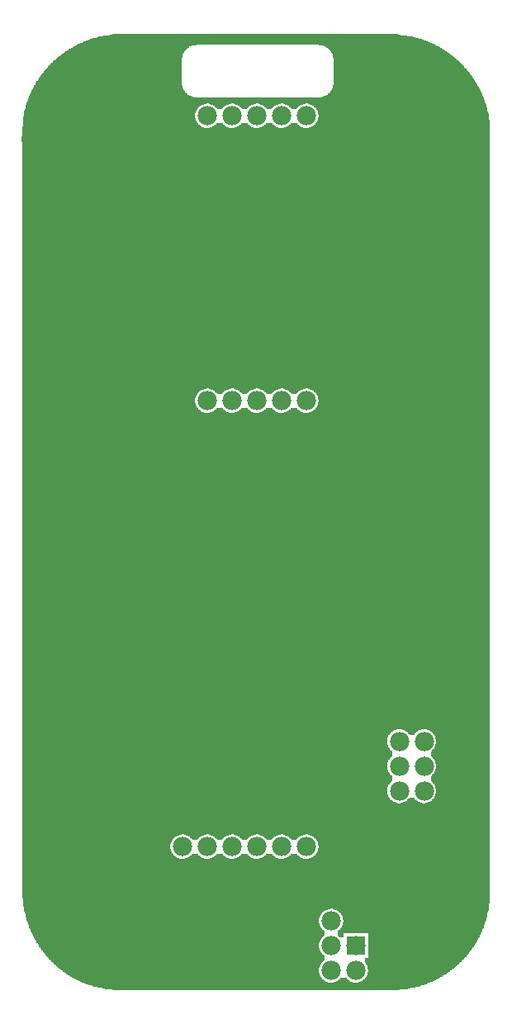
<source format=gtl>
G04 MADE WITH FRITZING*
G04 WWW.FRITZING.ORG*
G04 DOUBLE SIDED*
G04 HOLES PLATED*
G04 CONTOUR ON CENTER OF CONTOUR VECTOR*
%ASAXBY*%
%FSLAX23Y23*%
%MOIN*%
%OFA0B0*%
%SFA1.0B1.0*%
%ADD10C,0.075000*%
%ADD11C,0.078000*%
%ADD12R,0.078000X0.078000*%
%LNCOPPER1*%
G90*
G70*
G54D10*
X2086Y4058D03*
G54D11*
X1909Y2646D03*
X1809Y2646D03*
X1709Y2646D03*
X1609Y2646D03*
X1509Y2646D03*
X1909Y3796D03*
X1809Y3796D03*
X1709Y3796D03*
X1609Y3796D03*
X1509Y3796D03*
X2009Y346D03*
X2009Y446D03*
X2009Y546D03*
X1909Y846D03*
X1809Y846D03*
X1709Y846D03*
X1609Y846D03*
X1509Y846D03*
X1409Y846D03*
X2109Y446D03*
X2109Y346D03*
X2284Y1271D03*
X2284Y1171D03*
X2284Y1071D03*
X2284Y1271D03*
X2284Y1171D03*
X2284Y1071D03*
X2384Y1071D03*
X2384Y1171D03*
X2384Y1271D03*
G54D12*
X2109Y446D03*
G36*
X1140Y4128D02*
X1140Y4126D01*
X1126Y4126D01*
X1126Y4124D01*
X1114Y4124D01*
X1114Y4122D01*
X1102Y4122D01*
X1102Y4120D01*
X1088Y4120D01*
X1088Y4118D01*
X1078Y4118D01*
X1078Y4116D01*
X1068Y4116D01*
X1068Y4114D01*
X1062Y4114D01*
X1062Y4112D01*
X1054Y4112D01*
X1054Y4110D01*
X1046Y4110D01*
X1046Y4108D01*
X1040Y4108D01*
X1040Y4106D01*
X1034Y4106D01*
X1034Y4104D01*
X1028Y4104D01*
X1028Y4102D01*
X1022Y4102D01*
X1022Y4100D01*
X1018Y4100D01*
X1018Y4098D01*
X1012Y4098D01*
X1012Y4096D01*
X1008Y4096D01*
X1008Y4094D01*
X1004Y4094D01*
X1004Y4092D01*
X1000Y4092D01*
X1000Y4090D01*
X994Y4090D01*
X994Y4088D01*
X990Y4088D01*
X990Y4086D01*
X986Y4086D01*
X986Y4084D01*
X1960Y4084D01*
X1960Y4082D01*
X1970Y4082D01*
X1970Y4080D01*
X1978Y4080D01*
X1978Y4078D01*
X1982Y4078D01*
X1982Y4076D01*
X1986Y4076D01*
X1986Y4074D01*
X1990Y4074D01*
X1990Y4072D01*
X1994Y4072D01*
X1994Y4070D01*
X1996Y4070D01*
X1996Y4068D01*
X1998Y4068D01*
X1998Y4066D01*
X2000Y4066D01*
X2000Y4064D01*
X2002Y4064D01*
X2002Y4062D01*
X2004Y4062D01*
X2004Y4060D01*
X2006Y4060D01*
X2006Y4058D01*
X2008Y4058D01*
X2008Y4054D01*
X2010Y4054D01*
X2010Y4050D01*
X2012Y4050D01*
X2012Y4046D01*
X2014Y4046D01*
X2014Y4040D01*
X2016Y4040D01*
X2016Y4032D01*
X2018Y4032D01*
X2018Y3922D01*
X2016Y3922D01*
X2016Y3914D01*
X2014Y3914D01*
X2014Y3908D01*
X2012Y3908D01*
X2012Y3902D01*
X2010Y3902D01*
X2010Y3900D01*
X2008Y3900D01*
X2008Y3896D01*
X2006Y3896D01*
X2006Y3894D01*
X2004Y3894D01*
X2004Y3890D01*
X2002Y3890D01*
X2002Y3888D01*
X2000Y3888D01*
X2000Y3886D01*
X1996Y3886D01*
X1996Y3884D01*
X1994Y3884D01*
X1994Y3882D01*
X1992Y3882D01*
X1992Y3880D01*
X1988Y3880D01*
X1988Y3878D01*
X1984Y3878D01*
X1984Y3876D01*
X1978Y3876D01*
X1978Y3874D01*
X1972Y3874D01*
X1972Y3872D01*
X1964Y3872D01*
X1964Y3870D01*
X2624Y3870D01*
X2624Y3872D01*
X2622Y3872D01*
X2622Y3878D01*
X2620Y3878D01*
X2620Y3882D01*
X2618Y3882D01*
X2618Y3886D01*
X2616Y3886D01*
X2616Y3890D01*
X2614Y3890D01*
X2614Y3894D01*
X2612Y3894D01*
X2612Y3900D01*
X2610Y3900D01*
X2610Y3904D01*
X2608Y3904D01*
X2608Y3908D01*
X2606Y3908D01*
X2606Y3910D01*
X2604Y3910D01*
X2604Y3914D01*
X2602Y3914D01*
X2602Y3918D01*
X2600Y3918D01*
X2600Y3922D01*
X2598Y3922D01*
X2598Y3924D01*
X2596Y3924D01*
X2596Y3928D01*
X2594Y3928D01*
X2594Y3932D01*
X2592Y3932D01*
X2592Y3934D01*
X2590Y3934D01*
X2590Y3938D01*
X2588Y3938D01*
X2588Y3942D01*
X2586Y3942D01*
X2586Y3944D01*
X2584Y3944D01*
X2584Y3948D01*
X2582Y3948D01*
X2582Y3950D01*
X2580Y3950D01*
X2580Y3952D01*
X2578Y3952D01*
X2578Y3956D01*
X2576Y3956D01*
X2576Y3958D01*
X2574Y3958D01*
X2574Y3962D01*
X2572Y3962D01*
X2572Y3964D01*
X2570Y3964D01*
X2570Y3966D01*
X2568Y3966D01*
X2568Y3970D01*
X2566Y3970D01*
X2566Y3972D01*
X2564Y3972D01*
X2564Y3974D01*
X2562Y3974D01*
X2562Y3976D01*
X2560Y3976D01*
X2560Y3980D01*
X2558Y3980D01*
X2558Y3982D01*
X2556Y3982D01*
X2556Y3984D01*
X2554Y3984D01*
X2554Y3986D01*
X2552Y3986D01*
X2552Y3988D01*
X2550Y3988D01*
X2550Y3990D01*
X2548Y3990D01*
X2548Y3992D01*
X2546Y3992D01*
X2546Y3996D01*
X2544Y3996D01*
X2544Y3998D01*
X2542Y3998D01*
X2542Y4000D01*
X2540Y4000D01*
X2540Y4002D01*
X2538Y4002D01*
X2538Y4004D01*
X2536Y4004D01*
X2536Y4006D01*
X2534Y4006D01*
X2534Y4008D01*
X2532Y4008D01*
X2532Y4010D01*
X2530Y4010D01*
X2530Y4012D01*
X2528Y4012D01*
X2528Y4014D01*
X2526Y4014D01*
X2526Y4016D01*
X2524Y4016D01*
X2524Y4018D01*
X2522Y4018D01*
X2522Y4020D01*
X2518Y4020D01*
X2518Y4022D01*
X2516Y4022D01*
X2516Y4024D01*
X2514Y4024D01*
X2514Y4026D01*
X2512Y4026D01*
X2512Y4028D01*
X2510Y4028D01*
X2510Y4030D01*
X2508Y4030D01*
X2508Y4032D01*
X2504Y4032D01*
X2504Y4034D01*
X2502Y4034D01*
X2502Y4036D01*
X2500Y4036D01*
X2500Y4038D01*
X2498Y4038D01*
X2498Y4040D01*
X2496Y4040D01*
X2496Y4042D01*
X2492Y4042D01*
X2492Y4044D01*
X2490Y4044D01*
X2490Y4046D01*
X2488Y4046D01*
X2488Y4048D01*
X2484Y4048D01*
X2484Y4050D01*
X2482Y4050D01*
X2482Y4052D01*
X2478Y4052D01*
X2478Y4054D01*
X2476Y4054D01*
X2476Y4056D01*
X2474Y4056D01*
X2474Y4058D01*
X2470Y4058D01*
X2470Y4060D01*
X2468Y4060D01*
X2468Y4062D01*
X2464Y4062D01*
X2464Y4064D01*
X2460Y4064D01*
X2460Y4066D01*
X2458Y4066D01*
X2458Y4068D01*
X2454Y4068D01*
X2454Y4070D01*
X2450Y4070D01*
X2450Y4072D01*
X2448Y4072D01*
X2448Y4074D01*
X2444Y4074D01*
X2444Y4076D01*
X2440Y4076D01*
X2440Y4078D01*
X2436Y4078D01*
X2436Y4080D01*
X2432Y4080D01*
X2432Y4082D01*
X2428Y4082D01*
X2428Y4084D01*
X2424Y4084D01*
X2424Y4086D01*
X2420Y4086D01*
X2420Y4088D01*
X2416Y4088D01*
X2416Y4090D01*
X2412Y4090D01*
X2412Y4092D01*
X2408Y4092D01*
X2408Y4094D01*
X2402Y4094D01*
X2402Y4096D01*
X2398Y4096D01*
X2398Y4098D01*
X2392Y4098D01*
X2392Y4100D01*
X2388Y4100D01*
X2388Y4102D01*
X2382Y4102D01*
X2382Y4104D01*
X2376Y4104D01*
X2376Y4106D01*
X2370Y4106D01*
X2370Y4108D01*
X2362Y4108D01*
X2362Y4110D01*
X2356Y4110D01*
X2356Y4112D01*
X2348Y4112D01*
X2348Y4114D01*
X2338Y4114D01*
X2338Y4116D01*
X2328Y4116D01*
X2328Y4118D01*
X2316Y4118D01*
X2316Y4120D01*
X2302Y4120D01*
X2302Y4122D01*
X2290Y4122D01*
X2290Y4124D01*
X2278Y4124D01*
X2278Y4126D01*
X2268Y4126D01*
X2268Y4128D01*
X1140Y4128D01*
G37*
D02*
G36*
X982Y4084D02*
X982Y4082D01*
X978Y4082D01*
X978Y4080D01*
X974Y4080D01*
X974Y4078D01*
X972Y4078D01*
X972Y4076D01*
X968Y4076D01*
X968Y4074D01*
X964Y4074D01*
X964Y4072D01*
X960Y4072D01*
X960Y4070D01*
X958Y4070D01*
X958Y4068D01*
X954Y4068D01*
X954Y4066D01*
X950Y4066D01*
X950Y4064D01*
X948Y4064D01*
X948Y4062D01*
X944Y4062D01*
X944Y4060D01*
X942Y4060D01*
X942Y4058D01*
X938Y4058D01*
X938Y4056D01*
X936Y4056D01*
X936Y4054D01*
X932Y4054D01*
X932Y4052D01*
X930Y4052D01*
X930Y4050D01*
X928Y4050D01*
X928Y4048D01*
X924Y4048D01*
X924Y4046D01*
X922Y4046D01*
X922Y4044D01*
X920Y4044D01*
X920Y4042D01*
X916Y4042D01*
X916Y4040D01*
X914Y4040D01*
X914Y4038D01*
X912Y4038D01*
X912Y4036D01*
X910Y4036D01*
X910Y4034D01*
X906Y4034D01*
X906Y4032D01*
X904Y4032D01*
X904Y4030D01*
X902Y4030D01*
X902Y4028D01*
X900Y4028D01*
X900Y4026D01*
X898Y4026D01*
X898Y4024D01*
X896Y4024D01*
X896Y4022D01*
X892Y4022D01*
X892Y4020D01*
X890Y4020D01*
X890Y4018D01*
X888Y4018D01*
X888Y4016D01*
X886Y4016D01*
X886Y4014D01*
X884Y4014D01*
X884Y4012D01*
X882Y4012D01*
X882Y4010D01*
X880Y4010D01*
X880Y4008D01*
X878Y4008D01*
X878Y4006D01*
X876Y4006D01*
X876Y4004D01*
X874Y4004D01*
X874Y4002D01*
X872Y4002D01*
X872Y4000D01*
X870Y4000D01*
X870Y3998D01*
X868Y3998D01*
X868Y3996D01*
X866Y3996D01*
X866Y3994D01*
X864Y3994D01*
X864Y3990D01*
X862Y3990D01*
X862Y3988D01*
X860Y3988D01*
X860Y3986D01*
X858Y3986D01*
X858Y3984D01*
X856Y3984D01*
X856Y3982D01*
X854Y3982D01*
X854Y3980D01*
X852Y3980D01*
X852Y3978D01*
X850Y3978D01*
X850Y3974D01*
X848Y3974D01*
X848Y3972D01*
X846Y3972D01*
X846Y3970D01*
X844Y3970D01*
X844Y3968D01*
X842Y3968D01*
X842Y3964D01*
X840Y3964D01*
X840Y3962D01*
X838Y3962D01*
X838Y3960D01*
X836Y3960D01*
X836Y3956D01*
X834Y3956D01*
X834Y3954D01*
X832Y3954D01*
X832Y3950D01*
X830Y3950D01*
X830Y3948D01*
X828Y3948D01*
X828Y3944D01*
X826Y3944D01*
X826Y3942D01*
X824Y3942D01*
X824Y3938D01*
X822Y3938D01*
X822Y3936D01*
X820Y3936D01*
X820Y3932D01*
X818Y3932D01*
X818Y3930D01*
X816Y3930D01*
X816Y3926D01*
X814Y3926D01*
X814Y3922D01*
X812Y3922D01*
X812Y3920D01*
X810Y3920D01*
X810Y3916D01*
X808Y3916D01*
X808Y3912D01*
X806Y3912D01*
X806Y3908D01*
X804Y3908D01*
X804Y3904D01*
X802Y3904D01*
X802Y3900D01*
X800Y3900D01*
X800Y3896D01*
X798Y3896D01*
X798Y3892D01*
X796Y3892D01*
X796Y3888D01*
X794Y3888D01*
X794Y3884D01*
X792Y3884D01*
X792Y3878D01*
X790Y3878D01*
X790Y3874D01*
X788Y3874D01*
X788Y3870D01*
X1462Y3870D01*
X1462Y3872D01*
X1452Y3872D01*
X1452Y3874D01*
X1446Y3874D01*
X1446Y3876D01*
X1440Y3876D01*
X1440Y3878D01*
X1436Y3878D01*
X1436Y3880D01*
X1432Y3880D01*
X1432Y3882D01*
X1430Y3882D01*
X1430Y3884D01*
X1428Y3884D01*
X1428Y3886D01*
X1424Y3886D01*
X1424Y3888D01*
X1422Y3888D01*
X1422Y3890D01*
X1420Y3890D01*
X1420Y3894D01*
X1418Y3894D01*
X1418Y3896D01*
X1416Y3896D01*
X1416Y3900D01*
X1414Y3900D01*
X1414Y3902D01*
X1412Y3902D01*
X1412Y3906D01*
X1410Y3906D01*
X1410Y3912D01*
X1408Y3912D01*
X1408Y3920D01*
X1406Y3920D01*
X1406Y4032D01*
X1408Y4032D01*
X1408Y4040D01*
X1410Y4040D01*
X1410Y4046D01*
X1412Y4046D01*
X1412Y4052D01*
X1414Y4052D01*
X1414Y4054D01*
X1416Y4054D01*
X1416Y4058D01*
X1418Y4058D01*
X1418Y4060D01*
X1420Y4060D01*
X1420Y4062D01*
X1422Y4062D01*
X1422Y4064D01*
X1424Y4064D01*
X1424Y4066D01*
X1426Y4066D01*
X1426Y4068D01*
X1428Y4068D01*
X1428Y4070D01*
X1430Y4070D01*
X1430Y4072D01*
X1434Y4072D01*
X1434Y4074D01*
X1436Y4074D01*
X1436Y4076D01*
X1440Y4076D01*
X1440Y4078D01*
X1446Y4078D01*
X1446Y4080D01*
X1452Y4080D01*
X1452Y4082D01*
X1464Y4082D01*
X1464Y4084D01*
X982Y4084D01*
G37*
D02*
G36*
X788Y3870D02*
X788Y3868D01*
X2624Y3868D01*
X2624Y3870D01*
X788Y3870D01*
G37*
D02*
G36*
X788Y3870D02*
X788Y3868D01*
X2624Y3868D01*
X2624Y3870D01*
X788Y3870D01*
G37*
D02*
G36*
X786Y3868D02*
X786Y3864D01*
X784Y3864D01*
X784Y3858D01*
X782Y3858D01*
X782Y3852D01*
X780Y3852D01*
X780Y3846D01*
X1914Y3846D01*
X1914Y3844D01*
X1922Y3844D01*
X1922Y3842D01*
X1928Y3842D01*
X1928Y3840D01*
X1932Y3840D01*
X1932Y3838D01*
X1936Y3838D01*
X1936Y3836D01*
X1938Y3836D01*
X1938Y3834D01*
X1940Y3834D01*
X1940Y3832D01*
X1944Y3832D01*
X1944Y3828D01*
X1946Y3828D01*
X1946Y3826D01*
X1948Y3826D01*
X1948Y3824D01*
X1950Y3824D01*
X1950Y3820D01*
X1952Y3820D01*
X1952Y3816D01*
X1954Y3816D01*
X1954Y3812D01*
X1956Y3812D01*
X1956Y3802D01*
X1958Y3802D01*
X1958Y3790D01*
X1956Y3790D01*
X1956Y3782D01*
X1954Y3782D01*
X1954Y3776D01*
X1952Y3776D01*
X1952Y3772D01*
X1950Y3772D01*
X1950Y3768D01*
X1948Y3768D01*
X1948Y3766D01*
X1946Y3766D01*
X1946Y3764D01*
X1944Y3764D01*
X1944Y3762D01*
X1942Y3762D01*
X1942Y3760D01*
X1940Y3760D01*
X1940Y3758D01*
X1938Y3758D01*
X1938Y3756D01*
X1934Y3756D01*
X1934Y3754D01*
X1930Y3754D01*
X1930Y3752D01*
X1928Y3752D01*
X1928Y3750D01*
X1920Y3750D01*
X1920Y3748D01*
X2650Y3748D01*
X2650Y3760D01*
X2648Y3760D01*
X2648Y3780D01*
X2646Y3780D01*
X2646Y3794D01*
X2644Y3794D01*
X2644Y3806D01*
X2642Y3806D01*
X2642Y3814D01*
X2640Y3814D01*
X2640Y3824D01*
X2638Y3824D01*
X2638Y3830D01*
X2636Y3830D01*
X2636Y3838D01*
X2634Y3838D01*
X2634Y3844D01*
X2632Y3844D01*
X2632Y3850D01*
X2630Y3850D01*
X2630Y3856D01*
X2628Y3856D01*
X2628Y3862D01*
X2626Y3862D01*
X2626Y3868D01*
X786Y3868D01*
G37*
D02*
G36*
X778Y3846D02*
X778Y3840D01*
X776Y3840D01*
X776Y3832D01*
X774Y3832D01*
X774Y3824D01*
X772Y3824D01*
X772Y3816D01*
X770Y3816D01*
X770Y3806D01*
X768Y3806D01*
X768Y3794D01*
X766Y3794D01*
X766Y3780D01*
X764Y3780D01*
X764Y3754D01*
X762Y3754D01*
X762Y3748D01*
X1496Y3748D01*
X1496Y3750D01*
X1490Y3750D01*
X1490Y3752D01*
X1486Y3752D01*
X1486Y3754D01*
X1482Y3754D01*
X1482Y3756D01*
X1480Y3756D01*
X1480Y3758D01*
X1478Y3758D01*
X1478Y3760D01*
X1474Y3760D01*
X1474Y3762D01*
X1472Y3762D01*
X1472Y3766D01*
X1470Y3766D01*
X1470Y3768D01*
X1468Y3768D01*
X1468Y3770D01*
X1466Y3770D01*
X1466Y3774D01*
X1464Y3774D01*
X1464Y3778D01*
X1462Y3778D01*
X1462Y3786D01*
X1460Y3786D01*
X1460Y3808D01*
X1462Y3808D01*
X1462Y3814D01*
X1464Y3814D01*
X1464Y3818D01*
X1466Y3818D01*
X1466Y3822D01*
X1468Y3822D01*
X1468Y3824D01*
X1470Y3824D01*
X1470Y3828D01*
X1472Y3828D01*
X1472Y3830D01*
X1474Y3830D01*
X1474Y3832D01*
X1476Y3832D01*
X1476Y3834D01*
X1478Y3834D01*
X1478Y3836D01*
X1482Y3836D01*
X1482Y3838D01*
X1486Y3838D01*
X1486Y3840D01*
X1488Y3840D01*
X1488Y3842D01*
X1494Y3842D01*
X1494Y3844D01*
X1504Y3844D01*
X1504Y3846D01*
X778Y3846D01*
G37*
D02*
G36*
X1514Y3846D02*
X1514Y3844D01*
X1522Y3844D01*
X1522Y3842D01*
X1528Y3842D01*
X1528Y3840D01*
X1532Y3840D01*
X1532Y3838D01*
X1536Y3838D01*
X1536Y3836D01*
X1538Y3836D01*
X1538Y3834D01*
X1540Y3834D01*
X1540Y3832D01*
X1544Y3832D01*
X1544Y3828D01*
X1546Y3828D01*
X1546Y3826D01*
X1548Y3826D01*
X1548Y3824D01*
X1570Y3824D01*
X1570Y3828D01*
X1572Y3828D01*
X1572Y3830D01*
X1574Y3830D01*
X1574Y3832D01*
X1576Y3832D01*
X1576Y3834D01*
X1578Y3834D01*
X1578Y3836D01*
X1582Y3836D01*
X1582Y3838D01*
X1586Y3838D01*
X1586Y3840D01*
X1588Y3840D01*
X1588Y3842D01*
X1594Y3842D01*
X1594Y3844D01*
X1604Y3844D01*
X1604Y3846D01*
X1514Y3846D01*
G37*
D02*
G36*
X1614Y3846D02*
X1614Y3844D01*
X1622Y3844D01*
X1622Y3842D01*
X1628Y3842D01*
X1628Y3840D01*
X1632Y3840D01*
X1632Y3838D01*
X1636Y3838D01*
X1636Y3836D01*
X1638Y3836D01*
X1638Y3834D01*
X1640Y3834D01*
X1640Y3832D01*
X1644Y3832D01*
X1644Y3828D01*
X1646Y3828D01*
X1646Y3826D01*
X1648Y3826D01*
X1648Y3824D01*
X1670Y3824D01*
X1670Y3828D01*
X1672Y3828D01*
X1672Y3830D01*
X1674Y3830D01*
X1674Y3832D01*
X1676Y3832D01*
X1676Y3834D01*
X1678Y3834D01*
X1678Y3836D01*
X1682Y3836D01*
X1682Y3838D01*
X1686Y3838D01*
X1686Y3840D01*
X1688Y3840D01*
X1688Y3842D01*
X1694Y3842D01*
X1694Y3844D01*
X1704Y3844D01*
X1704Y3846D01*
X1614Y3846D01*
G37*
D02*
G36*
X1714Y3846D02*
X1714Y3844D01*
X1722Y3844D01*
X1722Y3842D01*
X1728Y3842D01*
X1728Y3840D01*
X1732Y3840D01*
X1732Y3838D01*
X1736Y3838D01*
X1736Y3836D01*
X1738Y3836D01*
X1738Y3834D01*
X1740Y3834D01*
X1740Y3832D01*
X1744Y3832D01*
X1744Y3828D01*
X1746Y3828D01*
X1746Y3826D01*
X1748Y3826D01*
X1748Y3824D01*
X1770Y3824D01*
X1770Y3828D01*
X1772Y3828D01*
X1772Y3830D01*
X1774Y3830D01*
X1774Y3832D01*
X1776Y3832D01*
X1776Y3834D01*
X1778Y3834D01*
X1778Y3836D01*
X1782Y3836D01*
X1782Y3838D01*
X1786Y3838D01*
X1786Y3840D01*
X1788Y3840D01*
X1788Y3842D01*
X1794Y3842D01*
X1794Y3844D01*
X1804Y3844D01*
X1804Y3846D01*
X1714Y3846D01*
G37*
D02*
G36*
X1814Y3846D02*
X1814Y3844D01*
X1822Y3844D01*
X1822Y3842D01*
X1828Y3842D01*
X1828Y3840D01*
X1832Y3840D01*
X1832Y3838D01*
X1836Y3838D01*
X1836Y3836D01*
X1838Y3836D01*
X1838Y3834D01*
X1840Y3834D01*
X1840Y3832D01*
X1844Y3832D01*
X1844Y3828D01*
X1846Y3828D01*
X1846Y3826D01*
X1848Y3826D01*
X1848Y3824D01*
X1870Y3824D01*
X1870Y3828D01*
X1872Y3828D01*
X1872Y3830D01*
X1874Y3830D01*
X1874Y3832D01*
X1876Y3832D01*
X1876Y3834D01*
X1878Y3834D01*
X1878Y3836D01*
X1882Y3836D01*
X1882Y3838D01*
X1886Y3838D01*
X1886Y3840D01*
X1888Y3840D01*
X1888Y3842D01*
X1894Y3842D01*
X1894Y3844D01*
X1904Y3844D01*
X1904Y3846D01*
X1814Y3846D01*
G37*
D02*
G36*
X1548Y3768D02*
X1548Y3766D01*
X1546Y3766D01*
X1546Y3764D01*
X1544Y3764D01*
X1544Y3762D01*
X1542Y3762D01*
X1542Y3760D01*
X1540Y3760D01*
X1540Y3758D01*
X1538Y3758D01*
X1538Y3756D01*
X1534Y3756D01*
X1534Y3754D01*
X1530Y3754D01*
X1530Y3752D01*
X1528Y3752D01*
X1528Y3750D01*
X1520Y3750D01*
X1520Y3748D01*
X1596Y3748D01*
X1596Y3750D01*
X1590Y3750D01*
X1590Y3752D01*
X1586Y3752D01*
X1586Y3754D01*
X1582Y3754D01*
X1582Y3756D01*
X1580Y3756D01*
X1580Y3758D01*
X1578Y3758D01*
X1578Y3760D01*
X1574Y3760D01*
X1574Y3762D01*
X1572Y3762D01*
X1572Y3766D01*
X1570Y3766D01*
X1570Y3768D01*
X1548Y3768D01*
G37*
D02*
G36*
X1648Y3768D02*
X1648Y3766D01*
X1646Y3766D01*
X1646Y3764D01*
X1644Y3764D01*
X1644Y3762D01*
X1642Y3762D01*
X1642Y3760D01*
X1640Y3760D01*
X1640Y3758D01*
X1638Y3758D01*
X1638Y3756D01*
X1634Y3756D01*
X1634Y3754D01*
X1630Y3754D01*
X1630Y3752D01*
X1628Y3752D01*
X1628Y3750D01*
X1620Y3750D01*
X1620Y3748D01*
X1696Y3748D01*
X1696Y3750D01*
X1690Y3750D01*
X1690Y3752D01*
X1686Y3752D01*
X1686Y3754D01*
X1682Y3754D01*
X1682Y3756D01*
X1680Y3756D01*
X1680Y3758D01*
X1678Y3758D01*
X1678Y3760D01*
X1674Y3760D01*
X1674Y3762D01*
X1672Y3762D01*
X1672Y3766D01*
X1670Y3766D01*
X1670Y3768D01*
X1648Y3768D01*
G37*
D02*
G36*
X1748Y3768D02*
X1748Y3766D01*
X1746Y3766D01*
X1746Y3764D01*
X1744Y3764D01*
X1744Y3762D01*
X1742Y3762D01*
X1742Y3760D01*
X1740Y3760D01*
X1740Y3758D01*
X1738Y3758D01*
X1738Y3756D01*
X1734Y3756D01*
X1734Y3754D01*
X1730Y3754D01*
X1730Y3752D01*
X1728Y3752D01*
X1728Y3750D01*
X1720Y3750D01*
X1720Y3748D01*
X1796Y3748D01*
X1796Y3750D01*
X1790Y3750D01*
X1790Y3752D01*
X1786Y3752D01*
X1786Y3754D01*
X1782Y3754D01*
X1782Y3756D01*
X1780Y3756D01*
X1780Y3758D01*
X1778Y3758D01*
X1778Y3760D01*
X1774Y3760D01*
X1774Y3762D01*
X1772Y3762D01*
X1772Y3766D01*
X1770Y3766D01*
X1770Y3768D01*
X1748Y3768D01*
G37*
D02*
G36*
X1848Y3768D02*
X1848Y3766D01*
X1846Y3766D01*
X1846Y3764D01*
X1844Y3764D01*
X1844Y3762D01*
X1842Y3762D01*
X1842Y3760D01*
X1840Y3760D01*
X1840Y3758D01*
X1838Y3758D01*
X1838Y3756D01*
X1834Y3756D01*
X1834Y3754D01*
X1830Y3754D01*
X1830Y3752D01*
X1828Y3752D01*
X1828Y3750D01*
X1820Y3750D01*
X1820Y3748D01*
X1896Y3748D01*
X1896Y3750D01*
X1890Y3750D01*
X1890Y3752D01*
X1886Y3752D01*
X1886Y3754D01*
X1882Y3754D01*
X1882Y3756D01*
X1880Y3756D01*
X1880Y3758D01*
X1878Y3758D01*
X1878Y3760D01*
X1874Y3760D01*
X1874Y3762D01*
X1872Y3762D01*
X1872Y3766D01*
X1870Y3766D01*
X1870Y3768D01*
X1848Y3768D01*
G37*
D02*
G36*
X762Y3748D02*
X762Y3746D01*
X2650Y3746D01*
X2650Y3748D01*
X762Y3748D01*
G37*
D02*
G36*
X762Y3748D02*
X762Y3746D01*
X2650Y3746D01*
X2650Y3748D01*
X762Y3748D01*
G37*
D02*
G36*
X762Y3748D02*
X762Y3746D01*
X2650Y3746D01*
X2650Y3748D01*
X762Y3748D01*
G37*
D02*
G36*
X762Y3748D02*
X762Y3746D01*
X2650Y3746D01*
X2650Y3748D01*
X762Y3748D01*
G37*
D02*
G36*
X762Y3748D02*
X762Y3746D01*
X2650Y3746D01*
X2650Y3748D01*
X762Y3748D01*
G37*
D02*
G36*
X762Y3748D02*
X762Y3746D01*
X2650Y3746D01*
X2650Y3748D01*
X762Y3748D01*
G37*
D02*
G36*
X762Y3746D02*
X762Y3714D01*
X760Y3714D01*
X760Y3692D01*
X762Y3692D01*
X762Y2696D01*
X1914Y2696D01*
X1914Y2694D01*
X1922Y2694D01*
X1922Y2692D01*
X1928Y2692D01*
X1928Y2690D01*
X1932Y2690D01*
X1932Y2688D01*
X1936Y2688D01*
X1936Y2686D01*
X1938Y2686D01*
X1938Y2684D01*
X1940Y2684D01*
X1940Y2682D01*
X1944Y2682D01*
X1944Y2678D01*
X1946Y2678D01*
X1946Y2676D01*
X1948Y2676D01*
X1948Y2674D01*
X1950Y2674D01*
X1950Y2670D01*
X1952Y2670D01*
X1952Y2666D01*
X1954Y2666D01*
X1954Y2660D01*
X1956Y2660D01*
X1956Y2652D01*
X1958Y2652D01*
X1958Y2640D01*
X1956Y2640D01*
X1956Y2632D01*
X1954Y2632D01*
X1954Y2626D01*
X1952Y2626D01*
X1952Y2622D01*
X1950Y2622D01*
X1950Y2618D01*
X1948Y2618D01*
X1948Y2616D01*
X1946Y2616D01*
X1946Y2614D01*
X1944Y2614D01*
X1944Y2612D01*
X1942Y2612D01*
X1942Y2610D01*
X1940Y2610D01*
X1940Y2608D01*
X1938Y2608D01*
X1938Y2606D01*
X1934Y2606D01*
X1934Y2604D01*
X1930Y2604D01*
X1930Y2602D01*
X1928Y2602D01*
X1928Y2600D01*
X1920Y2600D01*
X1920Y2598D01*
X2650Y2598D01*
X2650Y3746D01*
X762Y3746D01*
G37*
D02*
G36*
X762Y2696D02*
X762Y2598D01*
X1496Y2598D01*
X1496Y2600D01*
X1490Y2600D01*
X1490Y2602D01*
X1486Y2602D01*
X1486Y2604D01*
X1482Y2604D01*
X1482Y2606D01*
X1480Y2606D01*
X1480Y2608D01*
X1478Y2608D01*
X1478Y2610D01*
X1474Y2610D01*
X1474Y2612D01*
X1472Y2612D01*
X1472Y2616D01*
X1470Y2616D01*
X1470Y2618D01*
X1468Y2618D01*
X1468Y2620D01*
X1466Y2620D01*
X1466Y2624D01*
X1464Y2624D01*
X1464Y2628D01*
X1462Y2628D01*
X1462Y2636D01*
X1460Y2636D01*
X1460Y2658D01*
X1462Y2658D01*
X1462Y2664D01*
X1464Y2664D01*
X1464Y2668D01*
X1466Y2668D01*
X1466Y2672D01*
X1468Y2672D01*
X1468Y2674D01*
X1470Y2674D01*
X1470Y2678D01*
X1472Y2678D01*
X1472Y2680D01*
X1474Y2680D01*
X1474Y2682D01*
X1476Y2682D01*
X1476Y2684D01*
X1478Y2684D01*
X1478Y2686D01*
X1482Y2686D01*
X1482Y2688D01*
X1486Y2688D01*
X1486Y2690D01*
X1488Y2690D01*
X1488Y2692D01*
X1494Y2692D01*
X1494Y2694D01*
X1504Y2694D01*
X1504Y2696D01*
X762Y2696D01*
G37*
D02*
G36*
X1514Y2696D02*
X1514Y2694D01*
X1522Y2694D01*
X1522Y2692D01*
X1528Y2692D01*
X1528Y2690D01*
X1532Y2690D01*
X1532Y2688D01*
X1536Y2688D01*
X1536Y2686D01*
X1538Y2686D01*
X1538Y2684D01*
X1540Y2684D01*
X1540Y2682D01*
X1544Y2682D01*
X1544Y2678D01*
X1546Y2678D01*
X1546Y2676D01*
X1548Y2676D01*
X1548Y2674D01*
X1570Y2674D01*
X1570Y2678D01*
X1572Y2678D01*
X1572Y2680D01*
X1574Y2680D01*
X1574Y2682D01*
X1576Y2682D01*
X1576Y2684D01*
X1578Y2684D01*
X1578Y2686D01*
X1582Y2686D01*
X1582Y2688D01*
X1586Y2688D01*
X1586Y2690D01*
X1588Y2690D01*
X1588Y2692D01*
X1594Y2692D01*
X1594Y2694D01*
X1604Y2694D01*
X1604Y2696D01*
X1514Y2696D01*
G37*
D02*
G36*
X1614Y2696D02*
X1614Y2694D01*
X1622Y2694D01*
X1622Y2692D01*
X1628Y2692D01*
X1628Y2690D01*
X1632Y2690D01*
X1632Y2688D01*
X1636Y2688D01*
X1636Y2686D01*
X1638Y2686D01*
X1638Y2684D01*
X1640Y2684D01*
X1640Y2682D01*
X1644Y2682D01*
X1644Y2678D01*
X1646Y2678D01*
X1646Y2676D01*
X1648Y2676D01*
X1648Y2674D01*
X1670Y2674D01*
X1670Y2678D01*
X1672Y2678D01*
X1672Y2680D01*
X1674Y2680D01*
X1674Y2682D01*
X1676Y2682D01*
X1676Y2684D01*
X1678Y2684D01*
X1678Y2686D01*
X1682Y2686D01*
X1682Y2688D01*
X1686Y2688D01*
X1686Y2690D01*
X1688Y2690D01*
X1688Y2692D01*
X1694Y2692D01*
X1694Y2694D01*
X1704Y2694D01*
X1704Y2696D01*
X1614Y2696D01*
G37*
D02*
G36*
X1714Y2696D02*
X1714Y2694D01*
X1722Y2694D01*
X1722Y2692D01*
X1728Y2692D01*
X1728Y2690D01*
X1732Y2690D01*
X1732Y2688D01*
X1736Y2688D01*
X1736Y2686D01*
X1738Y2686D01*
X1738Y2684D01*
X1740Y2684D01*
X1740Y2682D01*
X1744Y2682D01*
X1744Y2678D01*
X1746Y2678D01*
X1746Y2676D01*
X1748Y2676D01*
X1748Y2674D01*
X1770Y2674D01*
X1770Y2678D01*
X1772Y2678D01*
X1772Y2680D01*
X1774Y2680D01*
X1774Y2682D01*
X1776Y2682D01*
X1776Y2684D01*
X1778Y2684D01*
X1778Y2686D01*
X1782Y2686D01*
X1782Y2688D01*
X1786Y2688D01*
X1786Y2690D01*
X1788Y2690D01*
X1788Y2692D01*
X1794Y2692D01*
X1794Y2694D01*
X1804Y2694D01*
X1804Y2696D01*
X1714Y2696D01*
G37*
D02*
G36*
X1814Y2696D02*
X1814Y2694D01*
X1822Y2694D01*
X1822Y2692D01*
X1828Y2692D01*
X1828Y2690D01*
X1832Y2690D01*
X1832Y2688D01*
X1836Y2688D01*
X1836Y2686D01*
X1838Y2686D01*
X1838Y2684D01*
X1840Y2684D01*
X1840Y2682D01*
X1844Y2682D01*
X1844Y2678D01*
X1846Y2678D01*
X1846Y2676D01*
X1848Y2676D01*
X1848Y2674D01*
X1870Y2674D01*
X1870Y2678D01*
X1872Y2678D01*
X1872Y2680D01*
X1874Y2680D01*
X1874Y2682D01*
X1876Y2682D01*
X1876Y2684D01*
X1878Y2684D01*
X1878Y2686D01*
X1882Y2686D01*
X1882Y2688D01*
X1886Y2688D01*
X1886Y2690D01*
X1888Y2690D01*
X1888Y2692D01*
X1894Y2692D01*
X1894Y2694D01*
X1904Y2694D01*
X1904Y2696D01*
X1814Y2696D01*
G37*
D02*
G36*
X1548Y2618D02*
X1548Y2616D01*
X1546Y2616D01*
X1546Y2614D01*
X1544Y2614D01*
X1544Y2612D01*
X1542Y2612D01*
X1542Y2610D01*
X1540Y2610D01*
X1540Y2608D01*
X1538Y2608D01*
X1538Y2606D01*
X1534Y2606D01*
X1534Y2604D01*
X1530Y2604D01*
X1530Y2602D01*
X1528Y2602D01*
X1528Y2600D01*
X1520Y2600D01*
X1520Y2598D01*
X1596Y2598D01*
X1596Y2600D01*
X1590Y2600D01*
X1590Y2602D01*
X1586Y2602D01*
X1586Y2604D01*
X1582Y2604D01*
X1582Y2606D01*
X1580Y2606D01*
X1580Y2608D01*
X1578Y2608D01*
X1578Y2610D01*
X1574Y2610D01*
X1574Y2612D01*
X1572Y2612D01*
X1572Y2616D01*
X1570Y2616D01*
X1570Y2618D01*
X1548Y2618D01*
G37*
D02*
G36*
X1648Y2618D02*
X1648Y2616D01*
X1646Y2616D01*
X1646Y2614D01*
X1644Y2614D01*
X1644Y2612D01*
X1642Y2612D01*
X1642Y2610D01*
X1640Y2610D01*
X1640Y2608D01*
X1638Y2608D01*
X1638Y2606D01*
X1634Y2606D01*
X1634Y2604D01*
X1630Y2604D01*
X1630Y2602D01*
X1628Y2602D01*
X1628Y2600D01*
X1620Y2600D01*
X1620Y2598D01*
X1696Y2598D01*
X1696Y2600D01*
X1690Y2600D01*
X1690Y2602D01*
X1686Y2602D01*
X1686Y2604D01*
X1682Y2604D01*
X1682Y2606D01*
X1680Y2606D01*
X1680Y2608D01*
X1678Y2608D01*
X1678Y2610D01*
X1674Y2610D01*
X1674Y2612D01*
X1672Y2612D01*
X1672Y2616D01*
X1670Y2616D01*
X1670Y2618D01*
X1648Y2618D01*
G37*
D02*
G36*
X1748Y2618D02*
X1748Y2616D01*
X1746Y2616D01*
X1746Y2614D01*
X1744Y2614D01*
X1744Y2612D01*
X1742Y2612D01*
X1742Y2610D01*
X1740Y2610D01*
X1740Y2608D01*
X1738Y2608D01*
X1738Y2606D01*
X1734Y2606D01*
X1734Y2604D01*
X1730Y2604D01*
X1730Y2602D01*
X1728Y2602D01*
X1728Y2600D01*
X1720Y2600D01*
X1720Y2598D01*
X1796Y2598D01*
X1796Y2600D01*
X1790Y2600D01*
X1790Y2602D01*
X1786Y2602D01*
X1786Y2604D01*
X1782Y2604D01*
X1782Y2606D01*
X1780Y2606D01*
X1780Y2608D01*
X1778Y2608D01*
X1778Y2610D01*
X1774Y2610D01*
X1774Y2612D01*
X1772Y2612D01*
X1772Y2616D01*
X1770Y2616D01*
X1770Y2618D01*
X1748Y2618D01*
G37*
D02*
G36*
X1848Y2618D02*
X1848Y2616D01*
X1846Y2616D01*
X1846Y2614D01*
X1844Y2614D01*
X1844Y2612D01*
X1842Y2612D01*
X1842Y2610D01*
X1840Y2610D01*
X1840Y2608D01*
X1838Y2608D01*
X1838Y2606D01*
X1834Y2606D01*
X1834Y2604D01*
X1830Y2604D01*
X1830Y2602D01*
X1828Y2602D01*
X1828Y2600D01*
X1820Y2600D01*
X1820Y2598D01*
X1896Y2598D01*
X1896Y2600D01*
X1890Y2600D01*
X1890Y2602D01*
X1886Y2602D01*
X1886Y2604D01*
X1882Y2604D01*
X1882Y2606D01*
X1880Y2606D01*
X1880Y2608D01*
X1878Y2608D01*
X1878Y2610D01*
X1874Y2610D01*
X1874Y2612D01*
X1872Y2612D01*
X1872Y2616D01*
X1870Y2616D01*
X1870Y2618D01*
X1848Y2618D01*
G37*
D02*
G36*
X762Y2598D02*
X762Y2596D01*
X2650Y2596D01*
X2650Y2598D01*
X762Y2598D01*
G37*
D02*
G36*
X762Y2598D02*
X762Y2596D01*
X2650Y2596D01*
X2650Y2598D01*
X762Y2598D01*
G37*
D02*
G36*
X762Y2598D02*
X762Y2596D01*
X2650Y2596D01*
X2650Y2598D01*
X762Y2598D01*
G37*
D02*
G36*
X762Y2598D02*
X762Y2596D01*
X2650Y2596D01*
X2650Y2598D01*
X762Y2598D01*
G37*
D02*
G36*
X762Y2598D02*
X762Y2596D01*
X2650Y2596D01*
X2650Y2598D01*
X762Y2598D01*
G37*
D02*
G36*
X762Y2598D02*
X762Y2596D01*
X2650Y2596D01*
X2650Y2598D01*
X762Y2598D01*
G37*
D02*
G36*
X762Y2596D02*
X762Y1320D01*
X2394Y1320D01*
X2394Y1318D01*
X2400Y1318D01*
X2400Y1316D01*
X2406Y1316D01*
X2406Y1314D01*
X2408Y1314D01*
X2408Y1312D01*
X2412Y1312D01*
X2412Y1310D01*
X2414Y1310D01*
X2414Y1308D01*
X2416Y1308D01*
X2416Y1306D01*
X2418Y1306D01*
X2418Y1304D01*
X2420Y1304D01*
X2420Y1302D01*
X2422Y1302D01*
X2422Y1300D01*
X2424Y1300D01*
X2424Y1298D01*
X2426Y1298D01*
X2426Y1294D01*
X2428Y1294D01*
X2428Y1290D01*
X2430Y1290D01*
X2430Y1282D01*
X2432Y1282D01*
X2432Y1260D01*
X2430Y1260D01*
X2430Y1254D01*
X2428Y1254D01*
X2428Y1250D01*
X2426Y1250D01*
X2426Y1246D01*
X2424Y1246D01*
X2424Y1242D01*
X2422Y1242D01*
X2422Y1240D01*
X2420Y1240D01*
X2420Y1238D01*
X2418Y1238D01*
X2418Y1236D01*
X2416Y1236D01*
X2416Y1234D01*
X2414Y1234D01*
X2414Y1232D01*
X2412Y1232D01*
X2412Y1210D01*
X2414Y1210D01*
X2414Y1208D01*
X2416Y1208D01*
X2416Y1206D01*
X2418Y1206D01*
X2418Y1204D01*
X2420Y1204D01*
X2420Y1202D01*
X2422Y1202D01*
X2422Y1200D01*
X2424Y1200D01*
X2424Y1198D01*
X2426Y1198D01*
X2426Y1194D01*
X2428Y1194D01*
X2428Y1190D01*
X2430Y1190D01*
X2430Y1182D01*
X2432Y1182D01*
X2432Y1160D01*
X2430Y1160D01*
X2430Y1154D01*
X2428Y1154D01*
X2428Y1150D01*
X2426Y1150D01*
X2426Y1146D01*
X2424Y1146D01*
X2424Y1142D01*
X2422Y1142D01*
X2422Y1140D01*
X2420Y1140D01*
X2420Y1138D01*
X2418Y1138D01*
X2418Y1136D01*
X2416Y1136D01*
X2416Y1134D01*
X2414Y1134D01*
X2414Y1132D01*
X2412Y1132D01*
X2412Y1110D01*
X2414Y1110D01*
X2414Y1108D01*
X2416Y1108D01*
X2416Y1106D01*
X2418Y1106D01*
X2418Y1104D01*
X2420Y1104D01*
X2420Y1102D01*
X2422Y1102D01*
X2422Y1100D01*
X2424Y1100D01*
X2424Y1098D01*
X2426Y1098D01*
X2426Y1094D01*
X2428Y1094D01*
X2428Y1090D01*
X2430Y1090D01*
X2430Y1082D01*
X2432Y1082D01*
X2432Y1060D01*
X2430Y1060D01*
X2430Y1054D01*
X2428Y1054D01*
X2428Y1050D01*
X2426Y1050D01*
X2426Y1046D01*
X2424Y1046D01*
X2424Y1042D01*
X2422Y1042D01*
X2422Y1040D01*
X2420Y1040D01*
X2420Y1038D01*
X2418Y1038D01*
X2418Y1036D01*
X2416Y1036D01*
X2416Y1034D01*
X2414Y1034D01*
X2414Y1032D01*
X2412Y1032D01*
X2412Y1030D01*
X2408Y1030D01*
X2408Y1028D01*
X2404Y1028D01*
X2404Y1026D01*
X2398Y1026D01*
X2398Y1024D01*
X2390Y1024D01*
X2390Y1022D01*
X2650Y1022D01*
X2650Y2596D01*
X762Y2596D01*
G37*
D02*
G36*
X762Y1320D02*
X762Y1022D01*
X2276Y1022D01*
X2276Y1024D01*
X2268Y1024D01*
X2268Y1026D01*
X2262Y1026D01*
X2262Y1028D01*
X2260Y1028D01*
X2260Y1030D01*
X2256Y1030D01*
X2256Y1032D01*
X2254Y1032D01*
X2254Y1034D01*
X2250Y1034D01*
X2250Y1036D01*
X2248Y1036D01*
X2248Y1038D01*
X2246Y1038D01*
X2246Y1042D01*
X2244Y1042D01*
X2244Y1044D01*
X2242Y1044D01*
X2242Y1048D01*
X2240Y1048D01*
X2240Y1052D01*
X2238Y1052D01*
X2238Y1056D01*
X2236Y1056D01*
X2236Y1066D01*
X2234Y1066D01*
X2234Y1078D01*
X2236Y1078D01*
X2236Y1086D01*
X2238Y1086D01*
X2238Y1092D01*
X2240Y1092D01*
X2240Y1096D01*
X2242Y1096D01*
X2242Y1098D01*
X2244Y1098D01*
X2244Y1102D01*
X2246Y1102D01*
X2246Y1104D01*
X2248Y1104D01*
X2248Y1106D01*
X2250Y1106D01*
X2250Y1108D01*
X2252Y1108D01*
X2252Y1110D01*
X2256Y1110D01*
X2256Y1132D01*
X2254Y1132D01*
X2254Y1134D01*
X2250Y1134D01*
X2250Y1136D01*
X2248Y1136D01*
X2248Y1138D01*
X2246Y1138D01*
X2246Y1142D01*
X2244Y1142D01*
X2244Y1144D01*
X2242Y1144D01*
X2242Y1148D01*
X2240Y1148D01*
X2240Y1152D01*
X2238Y1152D01*
X2238Y1156D01*
X2236Y1156D01*
X2236Y1166D01*
X2234Y1166D01*
X2234Y1178D01*
X2236Y1178D01*
X2236Y1186D01*
X2238Y1186D01*
X2238Y1192D01*
X2240Y1192D01*
X2240Y1196D01*
X2242Y1196D01*
X2242Y1198D01*
X2244Y1198D01*
X2244Y1202D01*
X2246Y1202D01*
X2246Y1204D01*
X2248Y1204D01*
X2248Y1206D01*
X2250Y1206D01*
X2250Y1208D01*
X2252Y1208D01*
X2252Y1210D01*
X2256Y1210D01*
X2256Y1232D01*
X2254Y1232D01*
X2254Y1234D01*
X2250Y1234D01*
X2250Y1236D01*
X2248Y1236D01*
X2248Y1238D01*
X2246Y1238D01*
X2246Y1242D01*
X2244Y1242D01*
X2244Y1244D01*
X2242Y1244D01*
X2242Y1248D01*
X2240Y1248D01*
X2240Y1252D01*
X2238Y1252D01*
X2238Y1256D01*
X2236Y1256D01*
X2236Y1266D01*
X2234Y1266D01*
X2234Y1278D01*
X2236Y1278D01*
X2236Y1286D01*
X2238Y1286D01*
X2238Y1292D01*
X2240Y1292D01*
X2240Y1296D01*
X2242Y1296D01*
X2242Y1298D01*
X2244Y1298D01*
X2244Y1302D01*
X2246Y1302D01*
X2246Y1304D01*
X2248Y1304D01*
X2248Y1306D01*
X2250Y1306D01*
X2250Y1308D01*
X2252Y1308D01*
X2252Y1310D01*
X2256Y1310D01*
X2256Y1312D01*
X2258Y1312D01*
X2258Y1314D01*
X2262Y1314D01*
X2262Y1316D01*
X2266Y1316D01*
X2266Y1318D01*
X2272Y1318D01*
X2272Y1320D01*
X762Y1320D01*
G37*
D02*
G36*
X2294Y1320D02*
X2294Y1318D01*
X2300Y1318D01*
X2300Y1316D01*
X2306Y1316D01*
X2306Y1314D01*
X2308Y1314D01*
X2308Y1312D01*
X2312Y1312D01*
X2312Y1310D01*
X2314Y1310D01*
X2314Y1308D01*
X2316Y1308D01*
X2316Y1306D01*
X2318Y1306D01*
X2318Y1304D01*
X2320Y1304D01*
X2320Y1302D01*
X2322Y1302D01*
X2322Y1300D01*
X2324Y1300D01*
X2324Y1298D01*
X2344Y1298D01*
X2344Y1302D01*
X2346Y1302D01*
X2346Y1304D01*
X2348Y1304D01*
X2348Y1306D01*
X2350Y1306D01*
X2350Y1308D01*
X2352Y1308D01*
X2352Y1310D01*
X2356Y1310D01*
X2356Y1312D01*
X2358Y1312D01*
X2358Y1314D01*
X2362Y1314D01*
X2362Y1316D01*
X2366Y1316D01*
X2366Y1318D01*
X2372Y1318D01*
X2372Y1320D01*
X2294Y1320D01*
G37*
D02*
G36*
X2324Y1044D02*
X2324Y1042D01*
X2322Y1042D01*
X2322Y1040D01*
X2320Y1040D01*
X2320Y1038D01*
X2318Y1038D01*
X2318Y1036D01*
X2316Y1036D01*
X2316Y1034D01*
X2314Y1034D01*
X2314Y1032D01*
X2312Y1032D01*
X2312Y1030D01*
X2308Y1030D01*
X2308Y1028D01*
X2304Y1028D01*
X2304Y1026D01*
X2298Y1026D01*
X2298Y1024D01*
X2290Y1024D01*
X2290Y1022D01*
X2376Y1022D01*
X2376Y1024D01*
X2368Y1024D01*
X2368Y1026D01*
X2362Y1026D01*
X2362Y1028D01*
X2360Y1028D01*
X2360Y1030D01*
X2356Y1030D01*
X2356Y1032D01*
X2354Y1032D01*
X2354Y1034D01*
X2350Y1034D01*
X2350Y1036D01*
X2348Y1036D01*
X2348Y1038D01*
X2346Y1038D01*
X2346Y1042D01*
X2344Y1042D01*
X2344Y1044D01*
X2324Y1044D01*
G37*
D02*
G36*
X762Y1022D02*
X762Y1020D01*
X2650Y1020D01*
X2650Y1022D01*
X762Y1022D01*
G37*
D02*
G36*
X762Y1022D02*
X762Y1020D01*
X2650Y1020D01*
X2650Y1022D01*
X762Y1022D01*
G37*
D02*
G36*
X762Y1022D02*
X762Y1020D01*
X2650Y1020D01*
X2650Y1022D01*
X762Y1022D01*
G37*
D02*
G36*
X762Y1020D02*
X762Y896D01*
X1914Y896D01*
X1914Y894D01*
X1922Y894D01*
X1922Y892D01*
X1928Y892D01*
X1928Y890D01*
X1932Y890D01*
X1932Y888D01*
X1936Y888D01*
X1936Y886D01*
X1938Y886D01*
X1938Y884D01*
X1940Y884D01*
X1940Y882D01*
X1944Y882D01*
X1944Y878D01*
X1946Y878D01*
X1946Y876D01*
X1948Y876D01*
X1948Y874D01*
X1950Y874D01*
X1950Y870D01*
X1952Y870D01*
X1952Y866D01*
X1954Y866D01*
X1954Y860D01*
X1956Y860D01*
X1956Y852D01*
X1958Y852D01*
X1958Y840D01*
X1956Y840D01*
X1956Y832D01*
X1954Y832D01*
X1954Y826D01*
X1952Y826D01*
X1952Y822D01*
X1950Y822D01*
X1950Y818D01*
X1948Y818D01*
X1948Y816D01*
X1946Y816D01*
X1946Y814D01*
X1944Y814D01*
X1944Y812D01*
X1942Y812D01*
X1942Y810D01*
X1940Y810D01*
X1940Y808D01*
X1938Y808D01*
X1938Y806D01*
X1934Y806D01*
X1934Y804D01*
X1930Y804D01*
X1930Y802D01*
X1928Y802D01*
X1928Y800D01*
X1920Y800D01*
X1920Y798D01*
X2650Y798D01*
X2650Y1020D01*
X762Y1020D01*
G37*
D02*
G36*
X762Y896D02*
X762Y798D01*
X1396Y798D01*
X1396Y800D01*
X1390Y800D01*
X1390Y802D01*
X1386Y802D01*
X1386Y804D01*
X1382Y804D01*
X1382Y806D01*
X1380Y806D01*
X1380Y808D01*
X1378Y808D01*
X1378Y810D01*
X1374Y810D01*
X1374Y812D01*
X1372Y812D01*
X1372Y816D01*
X1370Y816D01*
X1370Y818D01*
X1368Y818D01*
X1368Y820D01*
X1366Y820D01*
X1366Y824D01*
X1364Y824D01*
X1364Y828D01*
X1362Y828D01*
X1362Y836D01*
X1360Y836D01*
X1360Y858D01*
X1362Y858D01*
X1362Y864D01*
X1364Y864D01*
X1364Y868D01*
X1366Y868D01*
X1366Y872D01*
X1368Y872D01*
X1368Y874D01*
X1370Y874D01*
X1370Y878D01*
X1372Y878D01*
X1372Y880D01*
X1374Y880D01*
X1374Y882D01*
X1376Y882D01*
X1376Y884D01*
X1378Y884D01*
X1378Y886D01*
X1382Y886D01*
X1382Y888D01*
X1386Y888D01*
X1386Y890D01*
X1388Y890D01*
X1388Y892D01*
X1394Y892D01*
X1394Y894D01*
X1404Y894D01*
X1404Y896D01*
X762Y896D01*
G37*
D02*
G36*
X1414Y896D02*
X1414Y894D01*
X1422Y894D01*
X1422Y892D01*
X1428Y892D01*
X1428Y890D01*
X1432Y890D01*
X1432Y888D01*
X1436Y888D01*
X1436Y886D01*
X1438Y886D01*
X1438Y884D01*
X1440Y884D01*
X1440Y882D01*
X1444Y882D01*
X1444Y878D01*
X1446Y878D01*
X1446Y876D01*
X1448Y876D01*
X1448Y874D01*
X1470Y874D01*
X1470Y878D01*
X1472Y878D01*
X1472Y880D01*
X1474Y880D01*
X1474Y882D01*
X1476Y882D01*
X1476Y884D01*
X1478Y884D01*
X1478Y886D01*
X1482Y886D01*
X1482Y888D01*
X1486Y888D01*
X1486Y890D01*
X1488Y890D01*
X1488Y892D01*
X1494Y892D01*
X1494Y894D01*
X1504Y894D01*
X1504Y896D01*
X1414Y896D01*
G37*
D02*
G36*
X1514Y896D02*
X1514Y894D01*
X1522Y894D01*
X1522Y892D01*
X1528Y892D01*
X1528Y890D01*
X1532Y890D01*
X1532Y888D01*
X1536Y888D01*
X1536Y886D01*
X1538Y886D01*
X1538Y884D01*
X1540Y884D01*
X1540Y882D01*
X1544Y882D01*
X1544Y878D01*
X1546Y878D01*
X1546Y876D01*
X1548Y876D01*
X1548Y874D01*
X1570Y874D01*
X1570Y878D01*
X1572Y878D01*
X1572Y880D01*
X1574Y880D01*
X1574Y882D01*
X1576Y882D01*
X1576Y884D01*
X1578Y884D01*
X1578Y886D01*
X1582Y886D01*
X1582Y888D01*
X1586Y888D01*
X1586Y890D01*
X1588Y890D01*
X1588Y892D01*
X1594Y892D01*
X1594Y894D01*
X1604Y894D01*
X1604Y896D01*
X1514Y896D01*
G37*
D02*
G36*
X1614Y896D02*
X1614Y894D01*
X1622Y894D01*
X1622Y892D01*
X1628Y892D01*
X1628Y890D01*
X1632Y890D01*
X1632Y888D01*
X1636Y888D01*
X1636Y886D01*
X1638Y886D01*
X1638Y884D01*
X1640Y884D01*
X1640Y882D01*
X1644Y882D01*
X1644Y878D01*
X1646Y878D01*
X1646Y876D01*
X1648Y876D01*
X1648Y874D01*
X1670Y874D01*
X1670Y878D01*
X1672Y878D01*
X1672Y880D01*
X1674Y880D01*
X1674Y882D01*
X1676Y882D01*
X1676Y884D01*
X1678Y884D01*
X1678Y886D01*
X1682Y886D01*
X1682Y888D01*
X1686Y888D01*
X1686Y890D01*
X1688Y890D01*
X1688Y892D01*
X1694Y892D01*
X1694Y894D01*
X1704Y894D01*
X1704Y896D01*
X1614Y896D01*
G37*
D02*
G36*
X1714Y896D02*
X1714Y894D01*
X1722Y894D01*
X1722Y892D01*
X1728Y892D01*
X1728Y890D01*
X1732Y890D01*
X1732Y888D01*
X1736Y888D01*
X1736Y886D01*
X1738Y886D01*
X1738Y884D01*
X1740Y884D01*
X1740Y882D01*
X1744Y882D01*
X1744Y878D01*
X1746Y878D01*
X1746Y876D01*
X1748Y876D01*
X1748Y874D01*
X1770Y874D01*
X1770Y878D01*
X1772Y878D01*
X1772Y880D01*
X1774Y880D01*
X1774Y882D01*
X1776Y882D01*
X1776Y884D01*
X1778Y884D01*
X1778Y886D01*
X1782Y886D01*
X1782Y888D01*
X1786Y888D01*
X1786Y890D01*
X1788Y890D01*
X1788Y892D01*
X1794Y892D01*
X1794Y894D01*
X1804Y894D01*
X1804Y896D01*
X1714Y896D01*
G37*
D02*
G36*
X1814Y896D02*
X1814Y894D01*
X1822Y894D01*
X1822Y892D01*
X1828Y892D01*
X1828Y890D01*
X1832Y890D01*
X1832Y888D01*
X1836Y888D01*
X1836Y886D01*
X1838Y886D01*
X1838Y884D01*
X1840Y884D01*
X1840Y882D01*
X1844Y882D01*
X1844Y878D01*
X1846Y878D01*
X1846Y876D01*
X1848Y876D01*
X1848Y874D01*
X1870Y874D01*
X1870Y878D01*
X1872Y878D01*
X1872Y880D01*
X1874Y880D01*
X1874Y882D01*
X1876Y882D01*
X1876Y884D01*
X1878Y884D01*
X1878Y886D01*
X1882Y886D01*
X1882Y888D01*
X1886Y888D01*
X1886Y890D01*
X1888Y890D01*
X1888Y892D01*
X1894Y892D01*
X1894Y894D01*
X1904Y894D01*
X1904Y896D01*
X1814Y896D01*
G37*
D02*
G36*
X1448Y818D02*
X1448Y816D01*
X1446Y816D01*
X1446Y814D01*
X1444Y814D01*
X1444Y812D01*
X1442Y812D01*
X1442Y810D01*
X1440Y810D01*
X1440Y808D01*
X1438Y808D01*
X1438Y806D01*
X1434Y806D01*
X1434Y804D01*
X1430Y804D01*
X1430Y802D01*
X1428Y802D01*
X1428Y800D01*
X1420Y800D01*
X1420Y798D01*
X1496Y798D01*
X1496Y800D01*
X1490Y800D01*
X1490Y802D01*
X1486Y802D01*
X1486Y804D01*
X1482Y804D01*
X1482Y806D01*
X1480Y806D01*
X1480Y808D01*
X1478Y808D01*
X1478Y810D01*
X1474Y810D01*
X1474Y812D01*
X1472Y812D01*
X1472Y816D01*
X1470Y816D01*
X1470Y818D01*
X1448Y818D01*
G37*
D02*
G36*
X1548Y818D02*
X1548Y816D01*
X1546Y816D01*
X1546Y814D01*
X1544Y814D01*
X1544Y812D01*
X1542Y812D01*
X1542Y810D01*
X1540Y810D01*
X1540Y808D01*
X1538Y808D01*
X1538Y806D01*
X1534Y806D01*
X1534Y804D01*
X1530Y804D01*
X1530Y802D01*
X1528Y802D01*
X1528Y800D01*
X1520Y800D01*
X1520Y798D01*
X1596Y798D01*
X1596Y800D01*
X1590Y800D01*
X1590Y802D01*
X1586Y802D01*
X1586Y804D01*
X1582Y804D01*
X1582Y806D01*
X1580Y806D01*
X1580Y808D01*
X1578Y808D01*
X1578Y810D01*
X1574Y810D01*
X1574Y812D01*
X1572Y812D01*
X1572Y816D01*
X1570Y816D01*
X1570Y818D01*
X1548Y818D01*
G37*
D02*
G36*
X1648Y818D02*
X1648Y816D01*
X1646Y816D01*
X1646Y814D01*
X1644Y814D01*
X1644Y812D01*
X1642Y812D01*
X1642Y810D01*
X1640Y810D01*
X1640Y808D01*
X1638Y808D01*
X1638Y806D01*
X1634Y806D01*
X1634Y804D01*
X1630Y804D01*
X1630Y802D01*
X1628Y802D01*
X1628Y800D01*
X1620Y800D01*
X1620Y798D01*
X1696Y798D01*
X1696Y800D01*
X1690Y800D01*
X1690Y802D01*
X1686Y802D01*
X1686Y804D01*
X1682Y804D01*
X1682Y806D01*
X1680Y806D01*
X1680Y808D01*
X1678Y808D01*
X1678Y810D01*
X1674Y810D01*
X1674Y812D01*
X1672Y812D01*
X1672Y816D01*
X1670Y816D01*
X1670Y818D01*
X1648Y818D01*
G37*
D02*
G36*
X1748Y818D02*
X1748Y816D01*
X1746Y816D01*
X1746Y814D01*
X1744Y814D01*
X1744Y812D01*
X1742Y812D01*
X1742Y810D01*
X1740Y810D01*
X1740Y808D01*
X1738Y808D01*
X1738Y806D01*
X1734Y806D01*
X1734Y804D01*
X1730Y804D01*
X1730Y802D01*
X1728Y802D01*
X1728Y800D01*
X1720Y800D01*
X1720Y798D01*
X1796Y798D01*
X1796Y800D01*
X1790Y800D01*
X1790Y802D01*
X1786Y802D01*
X1786Y804D01*
X1782Y804D01*
X1782Y806D01*
X1780Y806D01*
X1780Y808D01*
X1778Y808D01*
X1778Y810D01*
X1774Y810D01*
X1774Y812D01*
X1772Y812D01*
X1772Y816D01*
X1770Y816D01*
X1770Y818D01*
X1748Y818D01*
G37*
D02*
G36*
X1848Y818D02*
X1848Y816D01*
X1846Y816D01*
X1846Y814D01*
X1844Y814D01*
X1844Y812D01*
X1842Y812D01*
X1842Y810D01*
X1840Y810D01*
X1840Y808D01*
X1838Y808D01*
X1838Y806D01*
X1834Y806D01*
X1834Y804D01*
X1830Y804D01*
X1830Y802D01*
X1828Y802D01*
X1828Y800D01*
X1820Y800D01*
X1820Y798D01*
X1896Y798D01*
X1896Y800D01*
X1890Y800D01*
X1890Y802D01*
X1886Y802D01*
X1886Y804D01*
X1882Y804D01*
X1882Y806D01*
X1880Y806D01*
X1880Y808D01*
X1878Y808D01*
X1878Y810D01*
X1874Y810D01*
X1874Y812D01*
X1872Y812D01*
X1872Y816D01*
X1870Y816D01*
X1870Y818D01*
X1848Y818D01*
G37*
D02*
G36*
X762Y798D02*
X762Y796D01*
X2650Y796D01*
X2650Y798D01*
X762Y798D01*
G37*
D02*
G36*
X762Y798D02*
X762Y796D01*
X2650Y796D01*
X2650Y798D01*
X762Y798D01*
G37*
D02*
G36*
X762Y798D02*
X762Y796D01*
X2650Y796D01*
X2650Y798D01*
X762Y798D01*
G37*
D02*
G36*
X762Y798D02*
X762Y796D01*
X2650Y796D01*
X2650Y798D01*
X762Y798D01*
G37*
D02*
G36*
X762Y798D02*
X762Y796D01*
X2650Y796D01*
X2650Y798D01*
X762Y798D01*
G37*
D02*
G36*
X762Y798D02*
X762Y796D01*
X2650Y796D01*
X2650Y798D01*
X762Y798D01*
G37*
D02*
G36*
X762Y798D02*
X762Y796D01*
X2650Y796D01*
X2650Y798D01*
X762Y798D01*
G37*
D02*
G36*
X762Y796D02*
X762Y636D01*
X764Y636D01*
X764Y618D01*
X766Y618D01*
X766Y604D01*
X768Y604D01*
X768Y596D01*
X2014Y596D01*
X2014Y594D01*
X2022Y594D01*
X2022Y592D01*
X2028Y592D01*
X2028Y590D01*
X2032Y590D01*
X2032Y588D01*
X2036Y588D01*
X2036Y586D01*
X2038Y586D01*
X2038Y584D01*
X2040Y584D01*
X2040Y582D01*
X2044Y582D01*
X2044Y578D01*
X2046Y578D01*
X2046Y576D01*
X2048Y576D01*
X2048Y574D01*
X2050Y574D01*
X2050Y570D01*
X2052Y570D01*
X2052Y566D01*
X2054Y566D01*
X2054Y560D01*
X2056Y560D01*
X2056Y552D01*
X2058Y552D01*
X2058Y540D01*
X2056Y540D01*
X2056Y532D01*
X2054Y532D01*
X2054Y526D01*
X2052Y526D01*
X2052Y522D01*
X2050Y522D01*
X2050Y518D01*
X2048Y518D01*
X2048Y516D01*
X2046Y516D01*
X2046Y514D01*
X2044Y514D01*
X2044Y512D01*
X2042Y512D01*
X2042Y510D01*
X2040Y510D01*
X2040Y508D01*
X2038Y508D01*
X2038Y506D01*
X2036Y506D01*
X2036Y496D01*
X2158Y496D01*
X2158Y398D01*
X2144Y398D01*
X2144Y378D01*
X2146Y378D01*
X2146Y376D01*
X2148Y376D01*
X2148Y374D01*
X2150Y374D01*
X2150Y370D01*
X2152Y370D01*
X2152Y366D01*
X2154Y366D01*
X2154Y360D01*
X2156Y360D01*
X2156Y352D01*
X2158Y352D01*
X2158Y340D01*
X2156Y340D01*
X2156Y332D01*
X2154Y332D01*
X2154Y326D01*
X2152Y326D01*
X2152Y322D01*
X2150Y322D01*
X2150Y318D01*
X2148Y318D01*
X2148Y316D01*
X2146Y316D01*
X2146Y314D01*
X2144Y314D01*
X2144Y312D01*
X2142Y312D01*
X2142Y310D01*
X2140Y310D01*
X2140Y308D01*
X2138Y308D01*
X2138Y306D01*
X2134Y306D01*
X2134Y304D01*
X2130Y304D01*
X2130Y302D01*
X2128Y302D01*
X2128Y300D01*
X2120Y300D01*
X2120Y298D01*
X2410Y298D01*
X2410Y300D01*
X2414Y300D01*
X2414Y302D01*
X2418Y302D01*
X2418Y304D01*
X2424Y304D01*
X2424Y306D01*
X2428Y306D01*
X2428Y308D01*
X2432Y308D01*
X2432Y310D01*
X2436Y310D01*
X2436Y312D01*
X2440Y312D01*
X2440Y314D01*
X2444Y314D01*
X2444Y316D01*
X2446Y316D01*
X2446Y318D01*
X2450Y318D01*
X2450Y320D01*
X2454Y320D01*
X2454Y322D01*
X2458Y322D01*
X2458Y324D01*
X2460Y324D01*
X2460Y326D01*
X2464Y326D01*
X2464Y328D01*
X2466Y328D01*
X2466Y330D01*
X2470Y330D01*
X2470Y332D01*
X2474Y332D01*
X2474Y334D01*
X2476Y334D01*
X2476Y336D01*
X2480Y336D01*
X2480Y338D01*
X2482Y338D01*
X2482Y340D01*
X2484Y340D01*
X2484Y342D01*
X2488Y342D01*
X2488Y344D01*
X2490Y344D01*
X2490Y346D01*
X2492Y346D01*
X2492Y348D01*
X2496Y348D01*
X2496Y350D01*
X2498Y350D01*
X2498Y352D01*
X2500Y352D01*
X2500Y354D01*
X2504Y354D01*
X2504Y356D01*
X2506Y356D01*
X2506Y358D01*
X2508Y358D01*
X2508Y360D01*
X2510Y360D01*
X2510Y362D01*
X2512Y362D01*
X2512Y364D01*
X2516Y364D01*
X2516Y366D01*
X2518Y366D01*
X2518Y368D01*
X2520Y368D01*
X2520Y370D01*
X2522Y370D01*
X2522Y372D01*
X2524Y372D01*
X2524Y374D01*
X2526Y374D01*
X2526Y376D01*
X2528Y376D01*
X2528Y378D01*
X2530Y378D01*
X2530Y380D01*
X2532Y380D01*
X2532Y382D01*
X2534Y382D01*
X2534Y384D01*
X2536Y384D01*
X2536Y386D01*
X2538Y386D01*
X2538Y388D01*
X2540Y388D01*
X2540Y390D01*
X2542Y390D01*
X2542Y392D01*
X2544Y392D01*
X2544Y394D01*
X2546Y394D01*
X2546Y396D01*
X2548Y396D01*
X2548Y398D01*
X2550Y398D01*
X2550Y400D01*
X2552Y400D01*
X2552Y402D01*
X2554Y402D01*
X2554Y406D01*
X2556Y406D01*
X2556Y408D01*
X2558Y408D01*
X2558Y410D01*
X2560Y410D01*
X2560Y412D01*
X2562Y412D01*
X2562Y414D01*
X2564Y414D01*
X2564Y418D01*
X2566Y418D01*
X2566Y420D01*
X2568Y420D01*
X2568Y422D01*
X2570Y422D01*
X2570Y426D01*
X2572Y426D01*
X2572Y428D01*
X2574Y428D01*
X2574Y430D01*
X2576Y430D01*
X2576Y434D01*
X2578Y434D01*
X2578Y436D01*
X2580Y436D01*
X2580Y440D01*
X2582Y440D01*
X2582Y442D01*
X2584Y442D01*
X2584Y444D01*
X2586Y444D01*
X2586Y448D01*
X2588Y448D01*
X2588Y452D01*
X2590Y452D01*
X2590Y454D01*
X2592Y454D01*
X2592Y458D01*
X2594Y458D01*
X2594Y460D01*
X2596Y460D01*
X2596Y464D01*
X2598Y464D01*
X2598Y468D01*
X2600Y468D01*
X2600Y472D01*
X2602Y472D01*
X2602Y476D01*
X2604Y476D01*
X2604Y480D01*
X2606Y480D01*
X2606Y482D01*
X2608Y482D01*
X2608Y486D01*
X2610Y486D01*
X2610Y490D01*
X2612Y490D01*
X2612Y496D01*
X2614Y496D01*
X2614Y500D01*
X2616Y500D01*
X2616Y504D01*
X2618Y504D01*
X2618Y508D01*
X2620Y508D01*
X2620Y514D01*
X2622Y514D01*
X2622Y518D01*
X2624Y518D01*
X2624Y524D01*
X2626Y524D01*
X2626Y530D01*
X2628Y530D01*
X2628Y536D01*
X2630Y536D01*
X2630Y542D01*
X2632Y542D01*
X2632Y548D01*
X2634Y548D01*
X2634Y554D01*
X2636Y554D01*
X2636Y562D01*
X2638Y562D01*
X2638Y570D01*
X2640Y570D01*
X2640Y580D01*
X2642Y580D01*
X2642Y588D01*
X2644Y588D01*
X2644Y602D01*
X2646Y602D01*
X2646Y616D01*
X2648Y616D01*
X2648Y640D01*
X2650Y640D01*
X2650Y796D01*
X762Y796D01*
G37*
D02*
G36*
X768Y596D02*
X768Y594D01*
X770Y594D01*
X770Y584D01*
X772Y584D01*
X772Y576D01*
X774Y576D01*
X774Y568D01*
X776Y568D01*
X776Y560D01*
X778Y560D01*
X778Y554D01*
X780Y554D01*
X780Y546D01*
X782Y546D01*
X782Y540D01*
X784Y540D01*
X784Y534D01*
X786Y534D01*
X786Y530D01*
X788Y530D01*
X788Y524D01*
X790Y524D01*
X790Y518D01*
X792Y518D01*
X792Y514D01*
X794Y514D01*
X794Y510D01*
X796Y510D01*
X796Y504D01*
X798Y504D01*
X798Y500D01*
X800Y500D01*
X800Y496D01*
X802Y496D01*
X802Y492D01*
X804Y492D01*
X804Y488D01*
X806Y488D01*
X806Y484D01*
X808Y484D01*
X808Y480D01*
X810Y480D01*
X810Y476D01*
X812Y476D01*
X812Y472D01*
X814Y472D01*
X814Y470D01*
X816Y470D01*
X816Y466D01*
X818Y466D01*
X818Y462D01*
X820Y462D01*
X820Y458D01*
X822Y458D01*
X822Y456D01*
X824Y456D01*
X824Y452D01*
X826Y452D01*
X826Y450D01*
X828Y450D01*
X828Y446D01*
X830Y446D01*
X830Y442D01*
X832Y442D01*
X832Y440D01*
X834Y440D01*
X834Y438D01*
X836Y438D01*
X836Y434D01*
X838Y434D01*
X838Y432D01*
X840Y432D01*
X840Y428D01*
X842Y428D01*
X842Y426D01*
X844Y426D01*
X844Y424D01*
X846Y424D01*
X846Y420D01*
X848Y420D01*
X848Y418D01*
X850Y418D01*
X850Y416D01*
X852Y416D01*
X852Y414D01*
X854Y414D01*
X854Y410D01*
X856Y410D01*
X856Y408D01*
X858Y408D01*
X858Y406D01*
X860Y406D01*
X860Y404D01*
X862Y404D01*
X862Y402D01*
X864Y402D01*
X864Y398D01*
X866Y398D01*
X866Y396D01*
X868Y396D01*
X868Y394D01*
X870Y394D01*
X870Y392D01*
X872Y392D01*
X872Y390D01*
X874Y390D01*
X874Y388D01*
X876Y388D01*
X876Y386D01*
X878Y386D01*
X878Y384D01*
X880Y384D01*
X880Y382D01*
X882Y382D01*
X882Y380D01*
X884Y380D01*
X884Y378D01*
X886Y378D01*
X886Y376D01*
X888Y376D01*
X888Y374D01*
X890Y374D01*
X890Y372D01*
X892Y372D01*
X892Y370D01*
X894Y370D01*
X894Y368D01*
X896Y368D01*
X896Y366D01*
X898Y366D01*
X898Y364D01*
X902Y364D01*
X902Y362D01*
X904Y362D01*
X904Y360D01*
X906Y360D01*
X906Y358D01*
X908Y358D01*
X908Y356D01*
X910Y356D01*
X910Y354D01*
X914Y354D01*
X914Y352D01*
X916Y352D01*
X916Y350D01*
X918Y350D01*
X918Y348D01*
X920Y348D01*
X920Y346D01*
X924Y346D01*
X924Y344D01*
X926Y344D01*
X926Y342D01*
X928Y342D01*
X928Y340D01*
X932Y340D01*
X932Y338D01*
X934Y338D01*
X934Y336D01*
X938Y336D01*
X938Y334D01*
X940Y334D01*
X940Y332D01*
X944Y332D01*
X944Y330D01*
X946Y330D01*
X946Y328D01*
X950Y328D01*
X950Y326D01*
X952Y326D01*
X952Y324D01*
X956Y324D01*
X956Y322D01*
X960Y322D01*
X960Y320D01*
X962Y320D01*
X962Y318D01*
X966Y318D01*
X966Y316D01*
X970Y316D01*
X970Y314D01*
X974Y314D01*
X974Y312D01*
X978Y312D01*
X978Y310D01*
X982Y310D01*
X982Y308D01*
X986Y308D01*
X986Y306D01*
X990Y306D01*
X990Y304D01*
X994Y304D01*
X994Y302D01*
X998Y302D01*
X998Y300D01*
X1002Y300D01*
X1002Y298D01*
X1996Y298D01*
X1996Y300D01*
X1990Y300D01*
X1990Y302D01*
X1986Y302D01*
X1986Y304D01*
X1982Y304D01*
X1982Y306D01*
X1980Y306D01*
X1980Y308D01*
X1978Y308D01*
X1978Y310D01*
X1974Y310D01*
X1974Y312D01*
X1972Y312D01*
X1972Y316D01*
X1970Y316D01*
X1970Y318D01*
X1968Y318D01*
X1968Y320D01*
X1966Y320D01*
X1966Y324D01*
X1964Y324D01*
X1964Y328D01*
X1962Y328D01*
X1962Y336D01*
X1960Y336D01*
X1960Y358D01*
X1962Y358D01*
X1962Y364D01*
X1964Y364D01*
X1964Y368D01*
X1966Y368D01*
X1966Y372D01*
X1968Y372D01*
X1968Y374D01*
X1970Y374D01*
X1970Y378D01*
X1972Y378D01*
X1972Y380D01*
X1974Y380D01*
X1974Y382D01*
X1976Y382D01*
X1976Y384D01*
X1978Y384D01*
X1978Y386D01*
X1982Y386D01*
X1982Y406D01*
X1980Y406D01*
X1980Y408D01*
X1978Y408D01*
X1978Y410D01*
X1974Y410D01*
X1974Y412D01*
X1972Y412D01*
X1972Y416D01*
X1970Y416D01*
X1970Y418D01*
X1968Y418D01*
X1968Y420D01*
X1966Y420D01*
X1966Y424D01*
X1964Y424D01*
X1964Y428D01*
X1962Y428D01*
X1962Y436D01*
X1960Y436D01*
X1960Y458D01*
X1962Y458D01*
X1962Y464D01*
X1964Y464D01*
X1964Y468D01*
X1966Y468D01*
X1966Y472D01*
X1968Y472D01*
X1968Y474D01*
X1970Y474D01*
X1970Y478D01*
X1972Y478D01*
X1972Y480D01*
X1974Y480D01*
X1974Y482D01*
X1976Y482D01*
X1976Y484D01*
X1978Y484D01*
X1978Y486D01*
X1982Y486D01*
X1982Y506D01*
X1980Y506D01*
X1980Y508D01*
X1978Y508D01*
X1978Y510D01*
X1974Y510D01*
X1974Y512D01*
X1972Y512D01*
X1972Y516D01*
X1970Y516D01*
X1970Y518D01*
X1968Y518D01*
X1968Y520D01*
X1966Y520D01*
X1966Y524D01*
X1964Y524D01*
X1964Y528D01*
X1962Y528D01*
X1962Y536D01*
X1960Y536D01*
X1960Y558D01*
X1962Y558D01*
X1962Y564D01*
X1964Y564D01*
X1964Y568D01*
X1966Y568D01*
X1966Y572D01*
X1968Y572D01*
X1968Y574D01*
X1970Y574D01*
X1970Y578D01*
X1972Y578D01*
X1972Y580D01*
X1974Y580D01*
X1974Y582D01*
X1976Y582D01*
X1976Y584D01*
X1978Y584D01*
X1978Y586D01*
X1982Y586D01*
X1982Y588D01*
X1986Y588D01*
X1986Y590D01*
X1988Y590D01*
X1988Y592D01*
X1994Y592D01*
X1994Y594D01*
X2004Y594D01*
X2004Y596D01*
X768Y596D01*
G37*
D02*
G36*
X2036Y496D02*
X2036Y486D01*
X2038Y486D01*
X2038Y484D01*
X2040Y484D01*
X2040Y482D01*
X2060Y482D01*
X2060Y496D01*
X2036Y496D01*
G37*
D02*
G36*
X2048Y318D02*
X2048Y316D01*
X2046Y316D01*
X2046Y314D01*
X2044Y314D01*
X2044Y312D01*
X2042Y312D01*
X2042Y310D01*
X2040Y310D01*
X2040Y308D01*
X2038Y308D01*
X2038Y306D01*
X2034Y306D01*
X2034Y304D01*
X2030Y304D01*
X2030Y302D01*
X2028Y302D01*
X2028Y300D01*
X2020Y300D01*
X2020Y298D01*
X2096Y298D01*
X2096Y300D01*
X2090Y300D01*
X2090Y302D01*
X2086Y302D01*
X2086Y304D01*
X2082Y304D01*
X2082Y306D01*
X2080Y306D01*
X2080Y308D01*
X2078Y308D01*
X2078Y310D01*
X2074Y310D01*
X2074Y312D01*
X2072Y312D01*
X2072Y316D01*
X2070Y316D01*
X2070Y318D01*
X2048Y318D01*
G37*
D02*
G36*
X1008Y298D02*
X1008Y296D01*
X2404Y296D01*
X2404Y298D01*
X1008Y298D01*
G37*
D02*
G36*
X1008Y298D02*
X1008Y296D01*
X2404Y296D01*
X2404Y298D01*
X1008Y298D01*
G37*
D02*
G36*
X1008Y298D02*
X1008Y296D01*
X2404Y296D01*
X2404Y298D01*
X1008Y298D01*
G37*
D02*
G36*
X1012Y296D02*
X1012Y294D01*
X1018Y294D01*
X1018Y292D01*
X1024Y292D01*
X1024Y290D01*
X1030Y290D01*
X1030Y288D01*
X1036Y288D01*
X1036Y286D01*
X1042Y286D01*
X1042Y284D01*
X1048Y284D01*
X1048Y282D01*
X1056Y282D01*
X1056Y280D01*
X1064Y280D01*
X1064Y278D01*
X1074Y278D01*
X1074Y276D01*
X1084Y276D01*
X1084Y274D01*
X1094Y274D01*
X1094Y272D01*
X1108Y272D01*
X1108Y270D01*
X1126Y270D01*
X1126Y268D01*
X2284Y268D01*
X2284Y270D01*
X2306Y270D01*
X2306Y272D01*
X2320Y272D01*
X2320Y274D01*
X2330Y274D01*
X2330Y276D01*
X2340Y276D01*
X2340Y278D01*
X2348Y278D01*
X2348Y280D01*
X2356Y280D01*
X2356Y282D01*
X2364Y282D01*
X2364Y284D01*
X2372Y284D01*
X2372Y286D01*
X2378Y286D01*
X2378Y288D01*
X2384Y288D01*
X2384Y290D01*
X2390Y290D01*
X2390Y292D01*
X2394Y292D01*
X2394Y294D01*
X2400Y294D01*
X2400Y296D01*
X1012Y296D01*
G37*
D02*
G04 End of Copper1*
M02*
</source>
